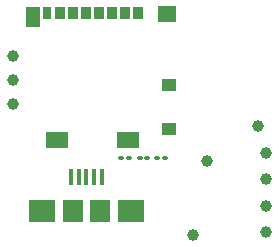
<source format=gbr>
%TF.GenerationSoftware,KiCad,Pcbnew,8.0.4*%
%TF.CreationDate,2024-08-15T19:07:05-07:00*%
%TF.ProjectId,RoboBuddy_NoSIlkScreen,526f626f-4275-4646-9479-5f4e6f53496c,rev?*%
%TF.SameCoordinates,Original*%
%TF.FileFunction,Soldermask,Bot*%
%TF.FilePolarity,Negative*%
%FSLAX46Y46*%
G04 Gerber Fmt 4.6, Leading zero omitted, Abs format (unit mm)*
G04 Created by KiCad (PCBNEW 8.0.4) date 2024-08-15 19:07:05*
%MOMM*%
%LPD*%
G01*
G04 APERTURE LIST*
G04 Aperture macros list*
%AMRoundRect*
0 Rectangle with rounded corners*
0 $1 Rounding radius*
0 $2 $3 $4 $5 $6 $7 $8 $9 X,Y pos of 4 corners*
0 Add a 4 corners polygon primitive as box body*
4,1,4,$2,$3,$4,$5,$6,$7,$8,$9,$2,$3,0*
0 Add four circle primitives for the rounded corners*
1,1,$1+$1,$2,$3*
1,1,$1+$1,$4,$5*
1,1,$1+$1,$6,$7*
1,1,$1+$1,$8,$9*
0 Add four rect primitives between the rounded corners*
20,1,$1+$1,$2,$3,$4,$5,0*
20,1,$1+$1,$4,$5,$6,$7,0*
20,1,$1+$1,$6,$7,$8,$9,0*
20,1,$1+$1,$8,$9,$2,$3,0*%
G04 Aperture macros list end*
%ADD10C,1.000000*%
%ADD11RoundRect,0.100000X0.130000X0.100000X-0.130000X0.100000X-0.130000X-0.100000X0.130000X-0.100000X0*%
%ADD12R,0.400000X1.400000*%
%ADD13R,2.300000X1.900000*%
%ADD14R,1.800000X1.900000*%
%ADD15RoundRect,0.100000X-0.130000X-0.100000X0.130000X-0.100000X0.130000X0.100000X-0.130000X0.100000X0*%
%ADD16R,0.850000X1.100000*%
%ADD17R,0.750000X1.100000*%
%ADD18R,1.200000X1.000000*%
%ADD19R,1.550000X1.350000*%
%ADD20R,1.900000X1.350000*%
%ADD21R,1.170000X1.800000*%
G04 APERTURE END LIST*
D10*
%TO.C,GP10*%
X137260000Y-84860000D03*
%TD*%
%TO.C,SDA*%
X158750000Y-95500000D03*
%TD*%
%TO.C,GP19*%
X153750000Y-91750000D03*
%TD*%
%TO.C,GP11*%
X137270000Y-86920000D03*
%TD*%
%TO.C,GND*%
X158750000Y-93250000D03*
%TD*%
%TO.C,3.3v*%
X158750000Y-91000000D03*
%TD*%
%TO.C,SCL*%
X158750000Y-97750000D03*
%TD*%
%TO.C,GP9*%
X137270000Y-82790000D03*
%TD*%
%TO.C,GP18*%
X152500000Y-98000000D03*
%TD*%
%TO.C,ADC0*%
X158000000Y-88750000D03*
%TD*%
D11*
%TO.C,C9*%
X148660000Y-91500000D03*
X148020000Y-91500000D03*
%TD*%
%TO.C,C4*%
X147120000Y-91500000D03*
X146480000Y-91500000D03*
%TD*%
D12*
%TO.C,J1*%
X144800000Y-93100000D03*
X144150000Y-93100000D03*
X143500000Y-93100000D03*
X142850000Y-93100000D03*
X142200000Y-93100000D03*
D13*
X147250000Y-95950000D03*
D14*
X144650000Y-95950000D03*
X142350000Y-95950000D03*
D13*
X139750000Y-95950000D03*
%TD*%
D15*
%TO.C,C10*%
X149525000Y-91500000D03*
X150165000Y-91500000D03*
%TD*%
D16*
%TO.C,J3*%
X147860000Y-79150000D03*
X146760000Y-79150000D03*
X145660000Y-79150000D03*
X144560000Y-79150000D03*
X143460000Y-79150000D03*
X142360000Y-79150000D03*
X141260000Y-79150000D03*
D17*
X140210000Y-79150000D03*
D18*
X150495000Y-85300000D03*
X150495000Y-89000000D03*
D19*
X150320000Y-79275000D03*
D20*
X146995000Y-89975000D03*
X141025000Y-89975000D03*
D21*
X139000000Y-79500000D03*
%TD*%
M02*

</source>
